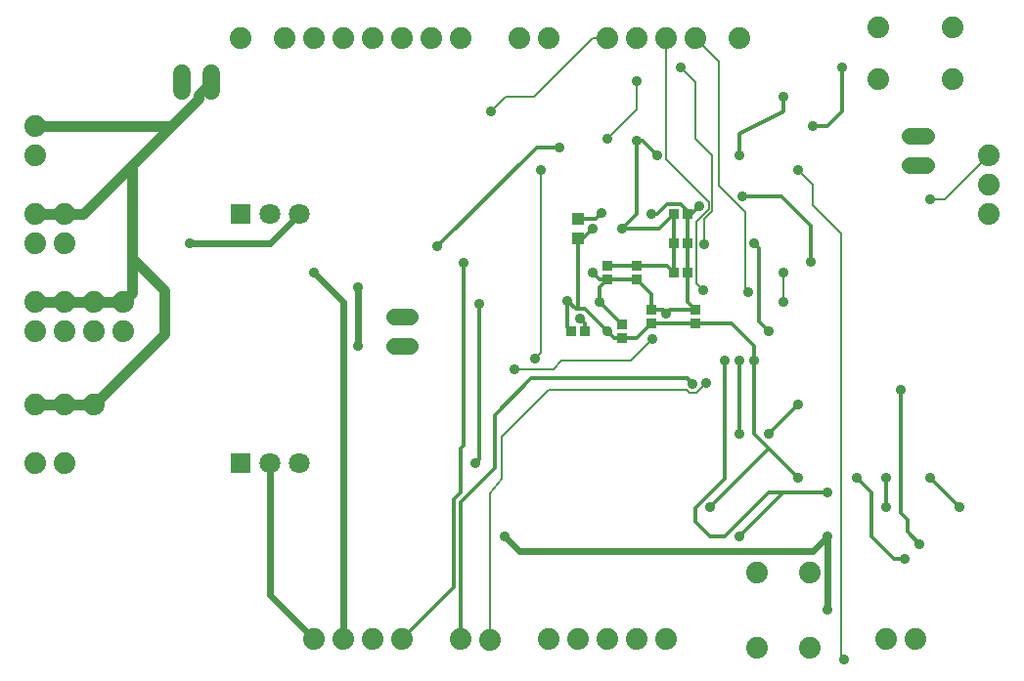
<source format=gbr>
G04 EAGLE Gerber RS-274X export*
G75*
%MOMM*%
%FSLAX34Y34*%
%LPD*%
%INBottom Copper*%
%IPPOS*%
%AMOC8*
5,1,8,0,0,1.08239X$1,22.5*%
G01*
%ADD10R,0.900000X0.850000*%
%ADD11R,0.850000X0.900000*%
%ADD12R,1.000000X1.100000*%
%ADD13C,1.422400*%
%ADD14C,1.524000*%
%ADD15C,1.879600*%
%ADD16R,1.800000X1.800000*%
%ADD17C,1.800000*%
%ADD18C,0.304800*%
%ADD19C,0.914400*%
%ADD20C,0.609600*%
%ADD21C,0.152400*%
%ADD22C,0.914400*%


D10*
X482600Y374100D03*
X482600Y362500D03*
X508000Y386800D03*
X508000Y375200D03*
X469900Y413300D03*
X469900Y424900D03*
X495300Y413300D03*
X495300Y424900D03*
X546100Y386800D03*
X546100Y375200D03*
D11*
X527600Y469900D03*
X539200Y469900D03*
X539200Y444500D03*
X527600Y444500D03*
X527600Y419100D03*
X539200Y419100D03*
D12*
X444500Y465700D03*
X444500Y448700D03*
D11*
X450300Y368300D03*
X438700Y368300D03*
D13*
X299212Y355600D02*
X284988Y355600D01*
X284988Y381000D02*
X299212Y381000D01*
X731549Y512358D02*
X745773Y512358D01*
X745773Y537758D02*
X731549Y537758D01*
D14*
X101600Y576580D02*
X101600Y591820D01*
X127000Y591820D02*
X127000Y576580D01*
D15*
X393700Y622300D03*
X419100Y622300D03*
X644906Y159512D03*
X644906Y94488D03*
X599694Y159512D03*
X599694Y94488D03*
X769112Y586994D03*
X704088Y586994D03*
X769112Y632206D03*
X704088Y632206D03*
D16*
X152400Y254000D03*
D17*
X177800Y254000D03*
X203200Y254000D03*
D16*
X152400Y469900D03*
D17*
X177800Y469900D03*
X203200Y469900D03*
D15*
X152400Y622300D03*
X584460Y622729D03*
X342900Y101600D03*
X800100Y520700D03*
X800100Y495300D03*
X800100Y469900D03*
X368300Y101346D03*
X342900Y622300D03*
X317500Y622300D03*
X292100Y622300D03*
X266700Y622300D03*
X241300Y622300D03*
X215900Y622300D03*
X190500Y622300D03*
X469900Y622300D03*
X495300Y622300D03*
X520700Y622300D03*
X546100Y622300D03*
X419100Y101600D03*
X444500Y101600D03*
X469900Y101600D03*
X520700Y101600D03*
X-25400Y254000D03*
X0Y254000D03*
X-25400Y304800D03*
X0Y304800D03*
X25400Y304800D03*
X495300Y101600D03*
X736600Y101600D03*
X711200Y101600D03*
X292100Y101600D03*
X266700Y101600D03*
X241300Y101600D03*
X215900Y101600D03*
X-25400Y546100D03*
X-25400Y520700D03*
X-25400Y368300D03*
X-25400Y393700D03*
X0Y368300D03*
X0Y393700D03*
X25400Y368300D03*
X25400Y393700D03*
X50800Y368300D03*
X50800Y393700D03*
X-25400Y469900D03*
X-25400Y444500D03*
X0Y469900D03*
X0Y444500D03*
D18*
X645922Y459994D02*
X645922Y428752D01*
X645922Y459994D02*
X620776Y485140D01*
X586740Y485140D01*
D19*
X645922Y428752D03*
X586740Y485140D03*
D18*
X508000Y400600D02*
X508000Y386800D01*
X508000Y400600D02*
X495300Y413300D01*
X469900Y413300D01*
X463000Y406400D02*
X463000Y393700D01*
X463000Y406400D02*
X469900Y413300D01*
D19*
X463000Y393700D03*
D18*
X539200Y444500D02*
X539200Y469900D01*
X539200Y419100D02*
X539200Y393700D01*
X546100Y386800D01*
X523664Y386800D01*
X520700Y383836D01*
D19*
X520700Y383836D03*
D18*
X517736Y386800D02*
X508000Y386800D01*
X517736Y386800D02*
X520700Y383836D01*
X482600Y374100D02*
X463000Y393700D01*
X539200Y419100D02*
X539200Y444500D01*
D19*
X549709Y477266D03*
D18*
X542344Y469900D01*
X542097Y469900D02*
X539200Y469900D01*
D19*
X457200Y419100D03*
D18*
X463000Y413300D01*
X469900Y413300D01*
D19*
X464566Y471068D03*
D18*
X453487Y465700D02*
X444500Y465700D01*
X453487Y465700D02*
X453623Y465836D01*
X459334Y465836D01*
X464566Y471068D01*
D19*
X508000Y469900D03*
D18*
X521667Y478464D02*
X533533Y478464D01*
X513103Y469900D02*
X508000Y469900D01*
X542097Y469900D02*
X542344Y469900D01*
X521667Y478464D02*
X513103Y469900D01*
X533533Y478464D02*
X542097Y469900D01*
X450300Y375508D02*
X450300Y368300D01*
X450300Y375508D02*
X446544Y379264D01*
D19*
X446544Y379264D03*
X673100Y596900D03*
D18*
X673100Y558800D01*
X660400Y546100D01*
X647700Y546100D01*
D19*
X647700Y546100D03*
X596900Y444500D03*
X609600Y368300D03*
D18*
X600710Y440690D02*
X596900Y444500D01*
X600710Y440690D02*
X600710Y377190D01*
X427990Y528066D02*
X408686Y528066D01*
X322580Y441960D01*
D19*
X322580Y441960D03*
X427990Y528066D03*
D18*
X600710Y377190D02*
X609600Y368300D01*
D19*
X254000Y355600D03*
D20*
X254000Y406400D01*
D19*
X254000Y406400D03*
X381000Y190500D03*
D20*
X393700Y177800D02*
X647700Y177800D01*
X393700Y177800D02*
X381000Y190500D01*
X647700Y177800D02*
X660400Y190500D01*
D19*
X660400Y190500D03*
D20*
X660400Y127000D01*
D19*
X660400Y127000D03*
X555593Y323596D03*
D21*
X547171Y315330D02*
X540648Y315330D01*
X555437Y323596D02*
X555593Y323596D01*
X555437Y323596D02*
X547171Y315330D01*
X540648Y315330D02*
X538478Y317500D01*
X419100Y317500D01*
X378460Y276860D01*
X378460Y241046D01*
X368300Y228346D01*
X368300Y101346D01*
D18*
X495300Y362500D02*
X508000Y375200D01*
X495300Y362500D02*
X482600Y362500D01*
X508000Y375200D02*
X546100Y375200D01*
X527600Y444500D02*
X527600Y469900D01*
X527600Y444500D02*
X527600Y419100D01*
X521800Y424900D01*
X495300Y424900D01*
X469900Y424900D01*
X444500Y387900D02*
X442498Y387900D01*
X435428Y394970D01*
D19*
X435428Y394970D03*
X596900Y342900D03*
D18*
X596900Y279400D01*
X609600Y266700D01*
D19*
X635000Y241300D03*
D18*
X609600Y266700D01*
D19*
X558800Y215900D03*
D18*
X609600Y266700D01*
D19*
X469900Y368300D03*
X482600Y457200D03*
D18*
X495300Y469900D01*
X495300Y533400D01*
D19*
X495300Y533400D03*
X622300Y571500D03*
D18*
X622300Y558800D01*
X584200Y539750D01*
X527600Y469900D02*
X514900Y457200D01*
X482600Y457200D01*
X596900Y355600D02*
X596900Y342900D01*
X596900Y355600D02*
X577300Y375200D01*
X546100Y375200D01*
X448700Y448700D02*
X444500Y448700D01*
X448700Y448700D02*
X457200Y457200D01*
D19*
X457200Y457200D03*
D18*
X450300Y387900D02*
X469900Y368300D01*
X450300Y387900D02*
X444500Y387900D01*
X435428Y394970D02*
X435428Y371572D01*
X438700Y368300D01*
X475700Y362500D02*
X482600Y362500D01*
X475700Y362500D02*
X469900Y368300D01*
X444500Y387900D02*
X444500Y448700D01*
D19*
X584200Y520700D03*
D18*
X584200Y539750D01*
X500126Y533400D02*
X495300Y533400D01*
X500126Y533400D02*
X512826Y520700D01*
D19*
X512826Y520700D03*
D22*
X127000Y584200D02*
X116332Y573532D01*
X116332Y570478D01*
X91954Y546100D01*
X-25400Y546100D01*
X58677Y512823D02*
X91954Y546100D01*
X58677Y512823D02*
X15754Y469900D01*
X0Y469900D01*
X-25400Y469900D01*
D20*
X177800Y254000D02*
X177800Y139700D01*
X215900Y101600D01*
D22*
X58677Y431800D02*
X58677Y512823D01*
X58677Y431800D02*
X58677Y401577D01*
X50800Y393700D01*
X25400Y393700D01*
X0Y393700D01*
X-25400Y393700D01*
X58677Y431800D02*
X86489Y403989D01*
X25400Y304800D02*
X0Y304800D01*
X-25400Y304800D01*
X86489Y365889D02*
X86489Y403989D01*
X86489Y365889D02*
X25400Y304800D01*
D19*
X215900Y419100D03*
D20*
X241300Y393700D01*
X241300Y101600D01*
X177800Y444500D02*
X203200Y469900D01*
X177800Y444500D02*
X108461Y444500D01*
D19*
X108461Y444500D03*
X543909Y323204D03*
D18*
X539104Y328009D01*
X404209Y328009D01*
X372323Y296123D01*
X372323Y249977D02*
X342900Y220554D01*
X342900Y101600D01*
X372323Y249977D02*
X372323Y296123D01*
D19*
X723900Y317500D03*
X739902Y184150D03*
D18*
X723900Y211103D02*
X723900Y317500D01*
X723900Y211103D02*
X729488Y205515D01*
X729488Y194564D02*
X739902Y184150D01*
X729488Y194564D02*
X729488Y205515D01*
D19*
X591746Y402416D03*
D21*
X588952Y405210D02*
X588952Y471792D01*
X588952Y405210D02*
X591746Y402416D01*
X588952Y471792D02*
X566166Y494578D01*
X566166Y596900D01*
X566166Y602234D01*
X546100Y622300D01*
D19*
X345387Y427552D03*
D18*
X345387Y269187D01*
X342900Y266700D01*
X342900Y228456D01*
X337312Y222868D01*
X337312Y146812D02*
X292100Y101600D01*
X337312Y146812D02*
X337312Y222868D01*
D19*
X359369Y391871D03*
D18*
X359369Y257769D01*
X355600Y254000D01*
D19*
X355600Y254000D03*
X749300Y482600D03*
D21*
X762000Y482600D01*
X800100Y520700D01*
D19*
X660400Y228600D03*
X571500Y342900D03*
D18*
X622300Y228600D02*
X660400Y228600D01*
X622300Y228600D02*
X609600Y228600D01*
X571500Y190500D01*
X558800Y190500D01*
X546100Y203200D01*
X546100Y215413D01*
X571500Y240813D01*
X571500Y342900D01*
X622300Y228600D02*
X584200Y190500D01*
D19*
X584200Y190500D03*
X635000Y304800D03*
D18*
X609600Y279400D01*
D19*
X609600Y279400D03*
X584200Y279400D03*
D18*
X584200Y342900D01*
D19*
X584200Y342900D03*
X369164Y558800D03*
D21*
X457200Y622300D02*
X469900Y622300D01*
X457200Y622300D02*
X406400Y571500D01*
X381864Y571500D01*
X369164Y558800D01*
D19*
X552450Y404114D03*
D21*
X557583Y474004D02*
X557583Y480527D01*
X546862Y463283D02*
X546862Y409702D01*
X552450Y404114D01*
X557583Y480527D02*
X520700Y517410D01*
X557583Y474004D02*
X546862Y463283D01*
X520700Y517410D02*
X520700Y622300D01*
D19*
X553902Y443738D03*
D21*
X553902Y466012D01*
X560631Y472742D01*
X560631Y521081D01*
X546100Y535612D01*
X546100Y584200D01*
X533400Y596900D01*
D19*
X533400Y596900D03*
X622300Y393700D03*
D21*
X622300Y419100D01*
D19*
X622300Y419100D03*
X509016Y362022D03*
D21*
X423152Y335629D02*
X389116Y335629D01*
D19*
X389116Y335629D03*
D21*
X489894Y342900D02*
X509016Y362022D01*
X430422Y342900D02*
X423152Y335629D01*
X430422Y342900D02*
X489894Y342900D01*
D19*
X469900Y535612D03*
D21*
X495300Y561012D01*
X495300Y585216D01*
D19*
X495300Y585216D03*
X635000Y508000D03*
X674584Y84074D03*
D21*
X647700Y495300D02*
X635000Y508000D01*
X647700Y495300D02*
X647700Y477741D01*
X672338Y86320D02*
X674584Y84074D01*
X672338Y453103D02*
X647700Y477741D01*
X672338Y453103D02*
X672338Y86320D01*
D19*
X412496Y508000D03*
D21*
X412496Y349852D01*
X407164Y344519D01*
D19*
X407164Y344519D03*
X749300Y241300D03*
D18*
X774700Y215900D01*
D19*
X774700Y215900D03*
X711200Y241300D03*
D18*
X711200Y215900D01*
D19*
X711200Y215900D03*
X685800Y241300D03*
X727456Y171196D03*
D18*
X698500Y228600D02*
X685800Y241300D01*
X698500Y228600D02*
X698500Y190500D01*
X717804Y171196D01*
X727456Y171196D01*
M02*

</source>
